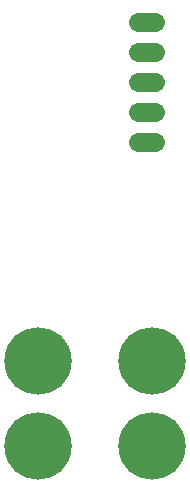
<source format=gbs>
G04 Layer: BottomSolderMaskLayer*
G04 EasyEDA v6.4.17, 2021-02-25T19:03:03+01:00*
G04 6c0f4fe36ed64f8eba938430e6b1039c,39d5087fc9724a43abff86b671d546b8,10*
G04 Gerber Generator version 0.2*
G04 Scale: 100 percent, Rotated: No, Reflected: No *
G04 Dimensions in millimeters *
G04 leading zeros omitted , absolute positions ,4 integer and 5 decimal *
%FSLAX45Y45*%
%MOMM*%

%ADD31C,1.6256*%
%ADD36C,5.7023*%

%LPD*%
D31*
X8542020Y-3030601D02*
G01*
X8399779Y-3030601D01*
X8542020Y-2776601D02*
G01*
X8399779Y-2776601D01*
X8542020Y-2522601D02*
G01*
X8399779Y-2522601D01*
X8542020Y-2268601D02*
G01*
X8399779Y-2268601D01*
X8542020Y-2014601D02*
G01*
X8399779Y-2014601D01*
D36*
G01*
X8521700Y-5605094D03*
G01*
X8521700Y-4885105D03*
G01*
X7556500Y-5605094D03*
G01*
X7556500Y-4885105D03*
M02*

</source>
